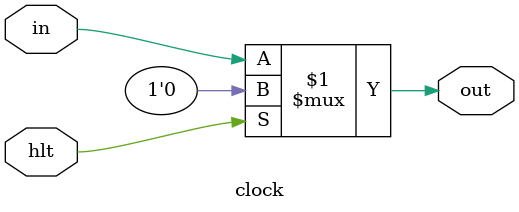
<source format=v>
module clock(
    input           hlt,
    input           in,

    output          out
);
    assign out = hlt ? 1'b0 : in; 
endmodule
</source>
